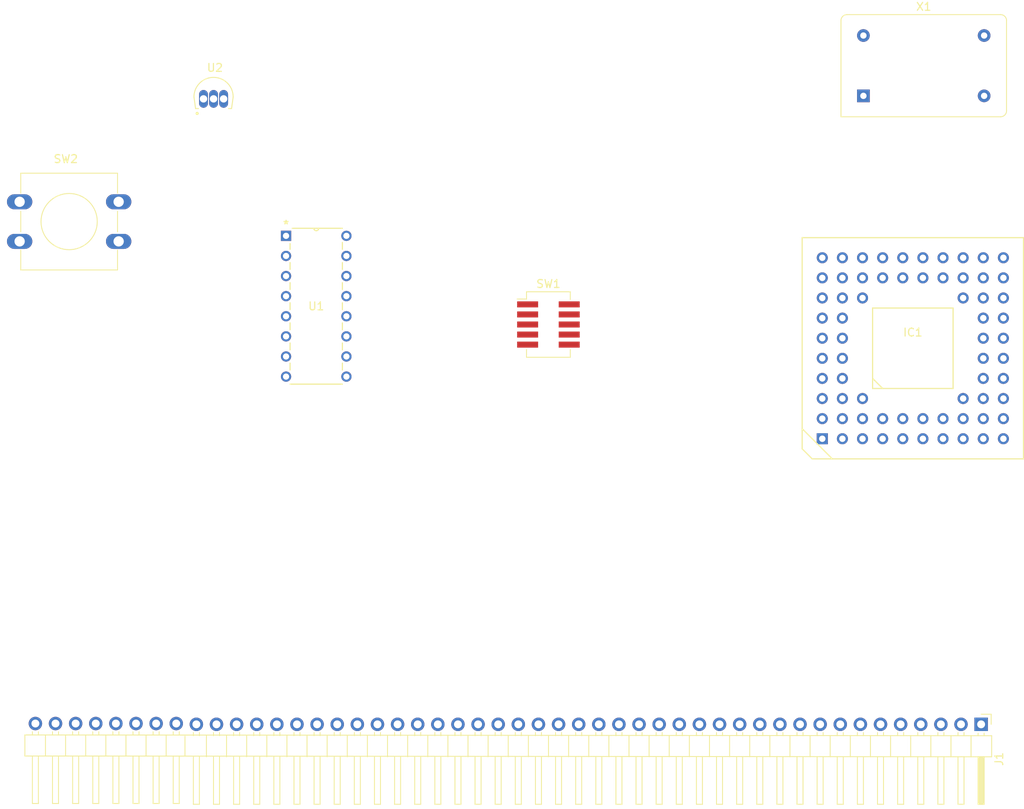
<source format=kicad_pcb>
(kicad_pcb (version 20240108) (generator "pcbnew") (generator_version "8.0")
  (layers (0 "F.Cu" signal) (31 "B.Cu" signal) (34 "B.Paste" user) (35 "F.Paste" user) (36 "B.SilkS" user "B.Silkscreen") (37 "F.SilkS" user "F.Silkscreen") (38 "B.Mask" user) (39 "F.Mask" user) (44 "Edge.Cuts" user))
  (net 0 "")
  (net 1 "+5V")
  (net 2 "GND")
  (net 3 "/CLK")
  (net 4 "/HALT")
  (net 5 "Net-(U1-QE)")
  (net 6 "Net-(U1-QA)")
  (net 7 "Net-(U1-QD)")
  (net 8 "Net-(U1-QC)")
  (net 9 "Net-(U1-QB)")
  (net 10 "Net-(U1-CLK)")
  (net 12 "Net-(IC1A-A3)")
  (net 13 "Net-(IC1A-A9)")
  (net 15 "Net-(IC1A-A7)")
  (net 16 "Net-(IC1A-D9)")
  (net 18 "Net-(IC1A-D4)")
  (net 20 "Net-(IC1A-D7)")
  (net 21 "Net-(IC1A-D8)")
  (net 22 "Net-(IC1A-A14)")
  (net 23 "Net-(IC1A-D14)")
  (net 24 "/AS")
  (net 25 "/D0")
  (net 26 "Net-(IC1A-D11)")
  (net 27 "Net-(IC1A-A15)")
  (net 28 "Net-(IC1A-D10)")
  (net 29 "Net-(IC1A-A21)")
  (net 30 "Net-(IC1A-A11)")
  (net 31 "Net-(IC1A-D1)")
  (net 32 "/A1")
  (net 33 "/LDS")
  (net 34 "Net-(IC1A-A18)")
  (net 35 "Net-(IC1A-A8)")
  (net 36 "Net-(IC1A-D12)")
  (net 37 "Net-(IC1A-A17)")
  (net 38 "Net-(IC1A-D5)")
  (net 40 "Net-(IC1A-A13)")
  (net 41 "Net-(IC1A-D6)")
  (net 42 "/R{slash}W")
  (net 44 "Net-(IC1A-A20)")
  (net 45 "Net-(IC1A-A16)")
  (net 46 "Net-(IC1A-A4)")
  (net 47 "Net-(IC1A-D2)")
  (net 48 "Net-(IC1A-A6)")
  (net 49 "/D15")
  (net 50 "Net-(IC1A-A23)")
  (net 51 "Net-(IC1A-A12)")
  (net 52 "/UDS")
  (net 53 "Net-(IC1A-A2)")
  (net 54 "Net-(IC1A-D13)")
  (net 55 "Net-(IC1A-A22)")
  (net 56 "Net-(IC1A-A5)")
  (net 57 "Net-(IC1A-A10)")
  (net 58 "Net-(IC1A-D3)")
  (net 59 "Net-(IC1A-A19)")
  (footprint "Button_Switch_SMD:SW_DIP_SPSTx05_Slide_KingTek_DSHP05TJ_W5.25mm_P1.27mm_JPin" (layer "F.Cu") (at 103.5 125.5)
    (property "Reference" "SW1" (at 0 -5.135 0) (layer "F.SilkS"))
    (property "Value" "CLK DIP Switch")
    (pad "1" smd rect (at -2.625 -2.54) (size 2.65 0.76) (layers "F.Cu" "F.Paste" "F.Mask") (net 6 "Net-(U1-QA)"))
    (pad "2" smd rect (at -2.625 -1.27) (size 2.65 0.76) (layers "F.Cu" "F.Paste" "F.Mask") (net 9 "Net-(U1-QB)"))
    (pad "3" smd rect (at -2.625 0) (size 2.65 0.76) (layers "F.Cu" "F.Paste" "F.Mask") (net 8 "Net-(U1-QC)"))
    (pad "4" smd rect (at -2.625 1.27) (size 2.65 0.76) (layers "F.Cu" "F.Paste" "F.Mask") (net 7 "Net-(U1-QD)"))
    (pad "5" smd rect (at -2.625 2.54) (size 2.65 0.76) (layers "F.Cu" "F.Paste" "F.Mask") (net 5 "Net-(U1-QE)"))
    (pad "6" smd rect (at 2.625 2.54) (size 2.65 0.76) (layers "F.Cu" "F.Paste" "F.Mask") (net 3 "/CLK"))
    (pad "7" smd rect (at 2.625 1.27) (size 2.65 0.76) (layers "F.Cu" "F.Paste" "F.Mask") (net 3 "/CLK"))
    (pad "8" smd rect (at 2.625 0) (size 2.65 0.76) (layers "F.Cu" "F.Paste" "F.Mask") (net 3 "/CLK"))
    (pad "9" smd rect (at 2.625 -1.27) (size 2.65 0.76) (layers "F.Cu" "F.Paste" "F.Mask") (net 3 "/CLK"))
    (pad "10" smd rect (at 2.625 -2.54) (size 2.65 0.76) (layers "F.Cu" "F.Paste" "F.Mask") (net 3 "/CLK"))
  )
  (footprint "parts:SN74HC4040N" (layer "F.Cu") (at 78 132.08)
    (property "Reference" "U1" (at -3.81 -8.89 0) (layer "F.SilkS"))
    (property "Value" "SN74HC4040N")
    (fp_text user "*" (at -7.62 -19.1897 0) (layer "F.SilkS"))
    (fp_text user "*" (at -7.62 -19.1897 0) (layer "F.SilkS"))
    (pad "1" thru_hole rect (at -7.62 -17.78) (size 1.2954 1.2954) (drill 0.7874) (layers "*.Cu" "*.Mask"))
    (pad "2" thru_hole circle (at -7.62 -15.24) (size 1.2954 1.2954) (drill 0.7874) (layers "*.Cu" "*.Mask"))
    (pad "3" thru_hole circle (at -7.62 -12.7) (size 1.2954 1.2954) (drill 0.7874) (layers "*.Cu" "*.Mask") (net 5 "Net-(U1-QE)"))
    (pad "4" thru_hole circle (at -7.62 -10.16) (size 1.2954 1.2954) (drill 0.7874) (layers "*.Cu" "*.Mask"))
    (pad "5" thru_hole circle (at -7.62 -7.62) (size 1.2954 1.2954) (drill 0.7874) (layers "*.Cu" "*.Mask") (net 7 "Net-(U1-QD)"))
    (pad "6" thru_hole circle (at -7.62 -5.08) (size 1.2954 1.2954) (drill 0.7874) (layers "*.Cu" "*.Mask") (net 8 "Net-(U1-QC)"))
    (pad "7" thru_hole circle (at -7.62 -2.54) (size 1.2954 1.2954) (drill 0.7874) (layers "*.Cu" "*.Mask") (net 9 "Net-(U1-QB)"))
    (pad "8" thru_hole circle (at -7.62 0) (size 1.2954 1.2954) (drill 0.7874) (layers "*.Cu" "*.Mask") (net 2 "GND"))
    (pad "9" thru_hole circle (at 0 0) (size 1.2954 1.2954) (drill 0.7874) (layers "*.Cu" "*.Mask") (net 6 "Net-(U1-QA)"))
    (pad "10" thru_hole circle (at 0 -2.54) (size 1.2954 1.2954) (drill 0.7874) (layers "*.Cu" "*.Mask") (net 10 "Net-(U1-CLK)"))
    (pad "11" thru_hole circle (at 0 -5.08) (size 1.2954 1.2954) (drill 0.7874) (layers "*.Cu" "*.Mask"))
    (pad "12" thru_hole circle (at 0 -7.62) (size 1.2954 1.2954) (drill 0.7874) (layers "*.Cu" "*.Mask"))
    (pad "13" thru_hole circle (at 0 -10.16) (size 1.2954 1.2954) (drill 0.7874) (layers "*.Cu" "*.Mask"))
    (pad "14" thru_hole circle (at 0 -12.7) (size 1.2954 1.2954) (drill 0.7874) (layers "*.Cu" "*.Mask"))
    (pad "15" thru_hole circle (at 0 -15.24) (size 1.2954 1.2954) (drill 0.7874) (layers "*.Cu" "*.Mask"))
    (pad "16" thru_hole circle (at 0 -17.78) (size 1.2954 1.2954) (drill 0.7874) (layers "*.Cu" "*.Mask") (net 1 "+5V"))
  )
  (footprint "Oscillator:Oscillator_DIP-14" (layer "F.Cu") (at 143.26 96.62)
    (property "Reference" "X1" (at 7.62 -11.26 0) (layer "F.SilkS"))
    (property "Value" "Crystal Oscillator")
    (pad "1" thru_hole rect (at 0 0) (size 1.6 1.6) (drill 0.8) (layers "*.Cu" "*.Mask"))
    (pad "7" thru_hole circle (at 15.24 0) (size 1.6 1.6) (drill 0.8) (layers "*.Cu" "*.Mask") (net 2 "GND"))
    (pad "8" thru_hole circle (at 15.24 -7.62) (size 1.6 1.6) (drill 0.8) (layers "*.Cu" "*.Mask") (net 10 "Net-(U1-CLK)"))
    (pad "14" thru_hole circle (at 0 -7.62) (size 1.6 1.6) (drill 0.8) (layers "*.Cu" "*.Mask") (net 1 "+5V"))
  )
  (footprint "parts:TO92127P495H695-3" (layer "F.Cu") (at 61.23 96.255)
    (property "Reference" "U2" (at 0.175 -3.185 0) (layer "F.SilkS"))
    (property "Value" "DS1813-5")
    (pad "1" thru_hole oval (at -1.27 0.745) (size 1.12 2.24) (drill 0.93) (layers "*.Cu" "*.Mask") (net 4 "/HALT"))
    (pad "2" thru_hole oval (at 0 0.745) (size 1.12 2.24) (drill 0.93) (layers "*.Cu" "*.Mask") (net 1 "+5V"))
    (pad "3" thru_hole oval (at 1.27 0.745) (size 1.12 2.24) (drill 0.93) (layers "*.Cu" "*.Mask") (net 2 "GND"))
  )
  (footprint "Button_Switch_THT:SW_PUSH-12mm" (layer "F.Cu") (at 36.75 110)
    (property "Reference" "SW2" (at 5.83 -5.41 0) (layer "F.SilkS"))
    (property "Value" "Reset")
    (pad "1" thru_hole oval (at 0 0) (size 3.2 1.9) (drill 1.3) (layers "*.Cu" "*.Mask") (net 2 "GND"))
    (pad "1" thru_hole oval (at 12.5 0) (size 3.2 1.9) (drill 1.3) (layers "*.Cu" "*.Mask") (net 2 "GND"))
    (pad "2" thru_hole oval (at 0 5) (size 3.2 1.9) (drill 1.3) (layers "*.Cu" "*.Mask") (net 4 "/HALT"))
    (pad "2" thru_hole oval (at 12.5 5) (size 3.2 1.9) (drill 1.3) (layers "*.Cu" "*.Mask") (net 4 "/HALT"))
  )
  (footprint "parts:PinHeader_1x48_P2.54mm_Horizontal" (layer "F.Cu") (at 158.12 176 -90)
    (property "Reference" "J1" (at 4.385 -2.27 90) (layer "F.SilkS"))
    (property "Value" "48-bit bus")
    (pad "1" thru_hole rect (at 0 0 270) (size 1.7 1.7) (drill 1) (layers "*.Cu" "*.Mask") (net 50 "Net-(IC1A-A23)"))
    (pad "2" thru_hole oval (at 0 2.54 270) (size 1.7 1.7) (drill 1) (layers "*.Cu" "*.Mask") (net 55 "Net-(IC1A-A22)"))
    (pad "3" thru_hole oval (at 0 5.08 270) (size 1.7 1.7) (drill 1) (layers "*.Cu" "*.Mask") (net 29 "Net-(IC1A-A21)"))
    (pad "4" thru_hole oval (at 0 7.62 270) (size 1.7 1.7) (drill 1) (layers "*.Cu" "*.Mask") (net 44 "Net-(IC1A-A20)"))
    (pad "5" thru_hole oval (at 0 10.16 270) (size 1.7 1.7) (drill 1) (layers "*.Cu" "*.Mask") (net 59 "Net-(IC1A-A19)"))
    (pad "6" thru_hole oval (at 0 12.7 270) (size 1.7 1.7) (drill 1) (layers "*.Cu" "*.Mask") (net 34 "Net-(IC1A-A18)"))
    (pad "7" thru_hole oval (at 0 15.24 270) (size 1.7 1.7) (drill 1) (layers "*.Cu" "*.Mask") (net 37 "Net-(IC1A-A17)"))
    (pad "8" thru_hole oval (at 0 17.78 270) (size 1.7 1.7) (drill 1) (layers "*.Cu" "*.Mask") (net 45 "Net-(IC1A-A16)"))
    (pad "9" thru_hole oval (at 0 20.32 270) (size 1.7 1.7) (drill 1) (layers "*.Cu" "*.Mask") (net 27 "Net-(IC1A-A15)"))
    (pad "10" thru_hole oval (at 0 22.86 270) (size 1.7 1.7) (drill 1) (layers "*.Cu" "*.Mask") (net 22 "Net-(IC1A-A14)"))
    (pad "11" thru_hole oval (at 0 25.4 270) (size 1.7 1.7) (drill 1) (layers "*.Cu" "*.Mask") (net 40 "Net-(IC1A-A13)"))
    (pad "12" thru_hole oval (at 0 27.94 270) (size 1.7 1.7) (drill 1) (layers "*.Cu" "*.Mask") (net 51 "Net-(IC1A-A12)"))
    (pad "13" thru_hole oval (at 0 30.48 270) (size 1.7 1.7) (drill 1) (layers "*.Cu" "*.Mask") (net 30 "Net-(IC1A-A11)"))
    (pad "14" thru_hole oval (at 0 33.02 270) (size 1.7 1.7) (drill 1) (layers "*.Cu" "*.Mask") (net 57 "Net-(IC1A-A10)"))
    (pad "15" thru_hole oval (at 0 35.56 270) (size 1.7 1.7) (drill 1) (layers "*.Cu" "*.Mask") (net 13 "Net-(IC1A-A9)"))
    (pad "16" thru_hole oval (at 0 38.1 270) (size 1.7 1.7) (drill 1) (layers "*.Cu" "*.Mask") (net 35 "Net-(IC1A-A8)"))
    (pad "17" thru_hole oval (at 0 40.64 270) (size 1.7 1.7) (drill 1) (layers "*.Cu" "*.Mask") (net 15 "Net-(IC1A-A7)"))
    (pad "18" thru_hole oval (at 0 43.18 270) (size 1.7 1.7) (drill 1) (layers "*.Cu" "*.Mask") (net 48 "Net-(IC1A-A6)"))
    (pad "19" thru_hole oval (at 0 45.72 270) (size 1.7 1.7) (drill 1) (layers "*.Cu" "*.Mask") (net 56 "Net-(IC1A-A5)"))
    (pad "20" thru_hole oval (at 0 48.26 270) (size 1.7 1.7) (drill 1) (layers "*.Cu" "*.Mask") (net 46 "Net-(IC1A-A4)"))
    (pad "21" thru_hole oval (at 0 50.8 270) (size 1.7 1.7) (drill 1) (layers "*.Cu" "*.Mask") (net 12 "Net-(IC1A-A3)"))
    (pad "22" thru_hole oval (at 0 53.34 270) (size 1.7 1.7) (drill 1) (layers "*.Cu" "*.Mask") (net 53 "Net-(IC1A-A2)"))
    (pad "23" thru_hole oval (at 0 55.88 270) (size 1.7 1.7) (drill 1) (layers "*.Cu" "*.Mask") (net 32 "/A1"))
    (pad "24" thru_hole oval (at 0 58.42 270) (size 1.7 1.7) (drill 1) (layers "*.Cu" "*.Mask") (net 49 "/D15"))
    (pad "25" thru_hole oval (at 0 60.96 270) (size 1.7 1.7) (drill 1) (layers "*.Cu" "*.Mask") (net 23 "Net-(IC1A-D14)"))
    (pad "26" thru_hole oval (at 0 63.5 270) (size 1.7 1.7) (drill 1) (layers "*.Cu" "*.Mask") (net 54 "Net-(IC1A-D13)"))
    (pad "27" thru_hole oval (at 0 66.04 270) (size 1.7 1.7) (drill 1) (layers "*.Cu" "*.Mask") (net 36 "Net-(IC1A-D12)"))
    (pad "28" thru_hole oval (at 0 68.58 270) (size 1.7 1.7) (drill 1) (layers "*.Cu" "*.Mask") (net 26 "Net-(IC1A-D11)"))
    (pad "29" thru_hole oval (at 0 71.12 270) (size 1.7 1.7) (drill 1) (layers "*.Cu" "*.Mask") (net 28 "Net-(IC1A-D10)"))
    (pad "30" thru_hole oval (at 0 73.66 270) (size 1.7 1.7) (drill 1) (layers "*.Cu" "*.Mask") (net 16 "Net-(IC1A-D9)"))
    (pad "31" thru_hole oval (at 0 76.2 270) (size 1.7 1.7) (drill 1) (layers "*.Cu" "*.Mask") (net 21 "Net-(IC1A-D8)"))
    (pad "32" thru_hole oval (at 0 78.74 270) (size 1.7 1.7) (drill 1) (layers "*.Cu" "*.Mask") (net 20 "Net-(IC1A-D7)"))
    (pad "33" thru_hole oval (at 0 81.28 270) (size 1.7 1.7) (drill 1) (layers "*.Cu" "*.Mask") (net 41 "Net-(IC1A-D6)"))
    (pad "34" thru_hole oval (at 0 83.82 270) (size 1.7 1.7) (drill 1) (layers "*.Cu" "*.Mask") (net 38 "Net-(IC1A-D5)"))
    (pad "35" thru_hole oval (at 0 86.36 270) (size 1.7 1.7) (drill 1) (layers "*.Cu" "*.Mask") (net 18 "Net-(IC1A-D4)"))
    (pad "36" thru_hole oval (at 0 88.9 270) (size 1.7 1.7) (drill 1) (layers "*.Cu" "*.Mask") (net 58 "Net-(IC1A-D3)"))
    (pad "37" thru_hole oval (at 0 91.44 270) (size 1.7 1.7) (drill 1) (layers "*.Cu" "*.Mask") (net 47 "Net-(IC1A-D2)"))
    (pad "38" thru_hole oval (at 0 93.98 270) (size 1.7 1.7) (drill 1) (layers "*.Cu" "*.Mask") (net 31 "Net-(IC1A-D1)"))
    (pad "39" thru_hole oval (at 0 96.52 270) (size 1.7 1.7) (drill 1) (layers "*.Cu" "*.Mask") (net 25 "/D0"))
    (pad "40" thru_hole oval (at 0 99.06 270) (size 1.7 1.7) (drill 1) (layers "*.Cu" "*.Mask") (net 24 "/AS"))
    (pad "41" thru_hole oval (at -0.1 101.6 270) (size 1.7 1.7) (drill 1) (layers "*.Cu" "*.Mask") (net 52 "/UDS"))
    (pad "42" thru_hole oval (at -0.1 104.14 270) (size 1.7 1.7) (drill 1) (layers "*.Cu" "*.Mask") (net 33 "/LDS"))
    (pad "43" thru_hole oval (at -0.1 106.68 270) (size 1.7 1.7) (drill 1) (layers "*.Cu" "*.Mask") (net 42 "/R{slash}W"))
    (pad "44" thru_hole oval (at -0.1 109.22 270) (size 1.7 1.7) (drill 1) (layers "*.Cu" "*.Mask") (net 4 "/HALT"))
    (pad "45" thru_hole oval (at -0.1 111.76 270) (size 1.7 1.7) (drill 1) (layers "*.Cu" "*.Mask") (net 4 "/HALT"))
    (pad "46" thru_hole oval (at -0.1 114.3 270) (size 1.7 1.7) (drill 1) (layers "*.Cu" "*.Mask") (net 3 "/CLK"))
    (pad "47" thru_hole oval (at -0.1 116.84 270) (size 1.7 1.7) (drill 1) (layers "*.Cu" "*.Mask") (net 2 "GND"))
    (pad "48" thru_hole oval (at -0.1 119.38 270) (size 1.7 1.7) (drill 1) (layers "*.Cu" "*.Mask") (net 1 "+5V"))
  )
  (footprint "parts:PGA64" (layer "F.Cu") (at 149.5 128.5)
    (property "Reference" "IC1" (at 0 -2 180) (layer "F.SilkS"))
    (property "Value" "MC68010R")
    (pad "A01" thru_hole rect (at -11.43 11.43 90) (size 1.397 1.397) (drill 0.8128) (layers "*.Cu" "*.Mask"))
    (pad "A02" thru_hole circle (at -8.89 11.43 90) (size 1.397 1.397) (drill 0.8128) (layers "*.Cu" "*.Mask") (net 24 "/AS"))
    (pad "A03" thru_hole circle (at -6.35 11.43 90) (size 1.397 1.397) (drill 0.8128) (layers "*.Cu" "*.Mask") (net 31 "Net-(IC1A-D1)"))
    (pad "A04" thru_hole circle (at -3.81 11.43 90) (size 1.397 1.397) (drill 0.8128) (layers "*.Cu" "*.Mask") (net 47 "Net-(IC1A-D2)"))
    (pad "A05" thru_hole circle (at -1.27 11.43 90) (size 1.397 1.397) (drill 0.8128) (layers "*.Cu" "*.Mask") (net 18 "Net-(IC1A-D4)"))
    (pad "A06" thru_hole circle (at 1.27 11.43 90) (size 1.397 1.397) (drill 0.8128) (layers "*.Cu" "*.Mask") (net 38 "Net-(IC1A-D5)"))
    (pad "A07" thru_hole circle (at 3.81 11.43 90) (size 1.397 1.397) (drill 0.8128) (layers "*.Cu" "*.Mask") (net 20 "Net-(IC1A-D7)"))
    (pad "A08" thru_hole circle (at 6.35 11.43 90) (size 1.397 1.397) (drill 0.8128) (layers "*.Cu" "*.Mask") (net 21 "Net-(IC1A-D8)"))
    (pad "A09" thru_hole circle (at 8.89 11.43 90) (size 1.397 1.397) (drill 0.8128) (layers "*.Cu" "*.Mask") (net 28 "Net-(IC1A-D10)"))
    (pad "A10" thru_hole circle (at 11.43 11.43 90) (size 1.397 1.397) (drill 0.8128) (layers "*.Cu" "*.Mask") (net 36 "Net-(IC1A-D12)"))
    (pad "B01" thru_hole circle (at -11.43 8.89 90) (size 1.397 1.397) (drill 0.8128) (layers "*.Cu" "*.Mask") (net 2 "GND"))
    (pad "B02" thru_hole circle (at -8.89 8.89 90) (size 1.397 1.397) (drill 0.8128) (layers "*.Cu" "*.Mask") (net 33 "/LDS"))
    (pad "B03" thru_hole circle (at -6.35 8.89 90) (size 1.397 1.397) (drill 0.8128) (layers "*.Cu" "*.Mask") (net 52 "/UDS"))
    (pad "B04" thru_hole circle (at -3.81 8.89 90) (size 1.397 1.397) (drill 0.8128) (layers "*.Cu" "*.Mask") (net 25 "/D0"))
    (pad "B05" thru_hole circle (at -1.27 8.89 90) (size 1.397 1.397) (drill 0.8128) (layers "*.Cu" "*.Mask") (net 58 "Net-(IC1A-D3)"))
    (pad "B06" thru_hole circle (at 1.27 8.89 90) (size 1.397 1.397) (drill 0.8128) (layers "*.Cu" "*.Mask") (net 41 "Net-(IC1A-D6)"))
    (pad "B07" thru_hole circle (at 3.81 8.89 90) (size 1.397 1.397) (drill 0.8128) (layers "*.Cu" "*.Mask") (net 16 "Net-(IC1A-D9)"))
    (pad "B08" thru_hole circle (at 6.35 8.89 90) (size 1.397 1.397) (drill 0.8128) (layers "*.Cu" "*.Mask") (net 26 "Net-(IC1A-D11)"))
    (pad "B09" thru_hole circle (at 8.89 8.89 90) (size 1.397 1.397) (drill 0.8128) (layers "*.Cu" "*.Mask") (net 23 "Net-(IC1A-D14)"))
    (pad "B10" thru_hole circle (at 11.43 8.89 90) (size 1.397 1.397) (drill 0.8128) (layers "*.Cu" "*.Mask") (net 49 "/D15"))
    (pad "C01" thru_hole circle (at -11.43 6.35 90) (size 1.397 1.397) (drill 0.8128) (layers "*.Cu" "*.Mask") (net 1 "+5V"))
    (pad "C02" thru_hole circle (at -8.89 6.35 90) (size 1.397 1.397) (drill 0.8128) (layers "*.Cu" "*.Mask"))
    (pad "C03" thru_hole circle (at -6.35 6.35 90) (size 1.397 1.397) (drill 0.8128) (layers "*.Cu" "*.Mask") (net 42 "/R{slash}W"))
    (pad "C08" thru_hole circle (at 6.35 6.35 90) (size 1.397 1.397) (drill 0.8128) (layers "*.Cu" "*.Mask") (net 54 "Net-(IC1A-D13)"))
    (pad "C09" thru_hole circle (at 8.89 6.35 90) (size 1.397 1.397) (drill 0.8128) (layers "*.Cu" "*.Mask") (net 50 "Net-(IC1A-A23)"))
    (pad "C10" thru_hole circle (at 11.43 6.35 90) (size 1.397 1.397) (drill 0.8128) (layers "*.Cu" "*.Mask") (net 55 "Net-(IC1A-A22)"))
    (pad "D01" thru_hole circle (at -11.43 3.81 90) (size 1.397 1.397) (drill 0.8128) (layers "*.Cu" "*.Mask") (net 1 "+5V"))
    (pad "D02" thru_hole circle (at -8.89 3.81 90) (size 1.397 1.397) (drill 0.8128) (layers "*.Cu" "*.Mask") (net 1 "+5V"))
    (pad "D09" thru_hole circle (at 8.89 3.81 90) (size 1.397 1.397) (drill 0.8128) (layers "*.Cu" "*.Mask") (net 2 "GND"))
    (pad "D10" thru_hole circle (at 11.43 3.81 90) (size 1.397 1.397) (drill 0.8128) (layers "*.Cu" "*.Mask") (net 29 "Net-(IC1A-A21)"))
    (pad "E01" thru_hole circle (at -11.43 1.27 90) (size 1.397 1.397) (drill 0.8128) (layers "*.Cu" "*.Mask") (net 3 "/CLK"))
    (pad "E02" thru_hole circle (at -8.89 1.27 90) (size 1.397 1.397) (drill 0.8128) (layers "*.Cu" "*.Mask") (net 2 "GND"))
    (pad "E09" thru_hole circle (at 8.89 1.27 90) (size 1.397 1.397) (drill 0.8128) (layers "*.Cu" "*.Mask") (net 1 "+5V"))
    (pad "E10" thru_hole circle (at 11.43 1.27 90) (size 1.397 1.397) (drill 0.8128) (layers "*.Cu" "*.Mask") (net 44 "Net-(IC1A-A20)"))
    (pad "F01" thru_hole circle (at -11.43 -1.27 90) (size 1.397 1.397) (drill 0.8128) (layers "*.Cu" "*.Mask") (net 4 "/HALT"))
    (pad "F02" thru_hole circle (at -8.89 -1.27 90) (size 1.397 1.397) (drill 0.8128) (layers "*.Cu" "*.Mask") (net 4 "/HALT"))
    (pad "F09" thru_hole circle (at 8.89 -1.27 90) (size 1.397 1.397) (drill 0.8128) (layers "*.Cu" "*.Mask") (net 34 "Net-(IC1A-A18)"))
    (pad "F10" thru_hole circle (at 11.43 -1.27 90) (size 1.397 1.397) (drill 0.8128) (layers "*.Cu" "*.Mask") (net 59 "Net-(IC1A-A19)"))
    (pad "G01" thru_hole circle (at -11.43 -3.81 90) (size 1.397 1.397) (drill 0.8128) (layers "*.Cu" "*.Mask"))
    (pad "G02" thru_hole circle (at -8.89 -3.81 90) (size 1.397 1.397) (drill 0.8128) (layers "*.Cu" "*.Mask") (net 1 "+5V"))
    (pad "G09" thru_hole circle (at 8.89 -3.81 90) (size 1.397 1.397) (drill 0.8128) (layers "*.Cu" "*.Mask") (net 27 "Net-(IC1A-A15)"))
    (pad "G10" thru_hole circle (at 11.43 -3.81 90) (size 1.397 1.397) (drill 0.8128) (layers "*.Cu" "*.Mask") (net 37 "Net-(IC1A-A17)"))
    (pad "H01" thru_hole circle (at -11.43 -6.35 90) (size 1.397 1.397) (drill 0.8128) (layers "*.Cu" "*.Mask"))
    (pad "H02" thru_hole circle (at -8.89 -6.35 90) (size 1.397 1.397) (drill 0.8128) (layers "*.Cu" "*.Mask") (net 1 "+5V"))
    (pad "H03" thru_hole circle (at -6.35 -6.35 90) (size 1.397 1.397) (drill 0.8128) (layers "*.Cu" "*.Mask") (net 1 "+5V"))
    (pad "H08" thru_hole circle (at 6.35 -6.35 90) (size 1.397 1.397) (drill 0.8128) (layers "*.Cu" "*.Mask") (net 40 "Net-(IC1A-A13)"))
    (pad "H09" thru_hole circle (at 8.89 -6.35 90) (size 1.397 1.397) (drill 0.8128) (layers "*.Cu" "*.Mask") (net 51 "Net-(IC1A-A12)"))
    (pad "H10" thru_hole circle (at 11.43 -6.35 90) (size 1.397 1.397) (drill 0.8128) (layers "*.Cu" "*.Mask") (net 45 "Net-(IC1A-A16)"))
    (pad "J01" thru_hole circle (at -11.43 -8.89 90) (size 1.397 1.397) (drill 0.8128) (layers "*.Cu" "*.Mask") (net 1 "+5V"))
    (pad "J02" thru_hole circle (at -8.89 -8.89 90) (size 1.397 1.397) (drill 0.8128) (layers "*.Cu" "*.Mask") (net 1 "+5V"))
    (pad "J03" thru_hole circle (at -6.35 -8.89 90) (size 1.397 1.397) (drill 0.8128) (layers "*.Cu" "*.Mask"))
    (pad "J04" thru_hole circle (at -3.81 -8.89 90) (size 1.397 1.397) (drill 0.8128) (layers "*.Cu" "*.Mask"))
    (pad "J05" thru_hole circle (at -1.27 -8.89 90) (size 1.397 1.397) (drill 0.8128) (layers "*.Cu" "*.Mask") (net 53 "Net-(IC1A-A2)"))
    (pad "J06" thru_hole circle (at 1.27 -8.89 90) (size 1.397 1.397) (drill 0.8128) (layers "*.Cu" "*.Mask") (net 56 "Net-(IC1A-A5)"))
    (pad "J07" thru_hole circle (at 3.81 -8.89 90) (size 1.397 1.397) (drill 0.8128) (layers "*.Cu" "*.Mask") (net 35 "Net-(IC1A-A8)"))
    (pad "J08" thru_hole circle (at 6.35 -8.89 90) (size 1.397 1.397) (drill 0.8128) (layers "*.Cu" "*.Mask") (net 57 "Net-(IC1A-A10)"))
    (pad "J09" thru_hole circle (at 8.89 -8.89 90) (size 1.397 1.397) (drill 0.8128) (layers "*.Cu" "*.Mask") (net 30 "Net-(IC1A-A11)"))
    (pad "J10" thru_hole circle (at 11.43 -8.89 90) (size 1.397 1.397) (drill 0.8128) (layers "*.Cu" "*.Mask") (net 22 "Net-(IC1A-A14)"))
    (pad "K01" thru_hole circle (at -11.43 -11.43 90) (size 1.397 1.397) (drill 0.8128) (layers "*.Cu" "*.Mask"))
    (pad "K02" thru_hole circle (at -8.89 -11.43 90) (size 1.397 1.397) (drill 0.8128) (layers "*.Cu" "*.Mask"))
    (pad "K03" thru_hole circle (at -6.35 -11.43 90) (size 1.397 1.397) (drill 0.8128) (layers "*.Cu" "*.Mask"))
    (pad "K04" thru_hole circle (at -3.81 -11.43 90) (size 1.397 1.397) (drill 0.8128) (layers "*.Cu" "*.Mask") (net 32 "/A1"))
    (pad "K05" thru_hole circle (at -1.27 -11.43 90) (size 1.397 1.397) (drill 0.8128) (layers "*.Cu" "*.Mask") (net 12 "Net-(IC1A-A3)"))
    (pad "K06" thru_hole circle (at 1.27 -11.43 90) (size 1.397 1.397) (drill 0.8128) (layers "*.Cu" "*.Mask") (net 46 "Net-(IC1A-A4)"))
    (pad "K07" thru_hole circle (at 3.81 -11.43 90) (size 1.397 1.397) (drill 0.8128) (layers "*.Cu" "*.Mask") (net 48 "Net-(IC1A-A6)"))
    (pad "K08" thru_hole circle (at 6.35 -11.43 90) (size 1.397 1.397) (drill 0.8128) (layers "*.Cu" "*.Mask") (net 15 "Net-(IC1A-A7)"))
    (pad "K09" thru_hole circle (at 8.89 -11.43 90) (size 1.397 1.397) (drill 0.8128) (layers "*.Cu" "*.Mask") (net 13 "Net-(IC1A-A9)"))
    (pad "K10" thru_hole circle (at 11.43 -11.43 90) (size 1.397 1.397) (drill 0.8128) (layers "*.Cu" "*.Mask"))
  )
)
</source>
